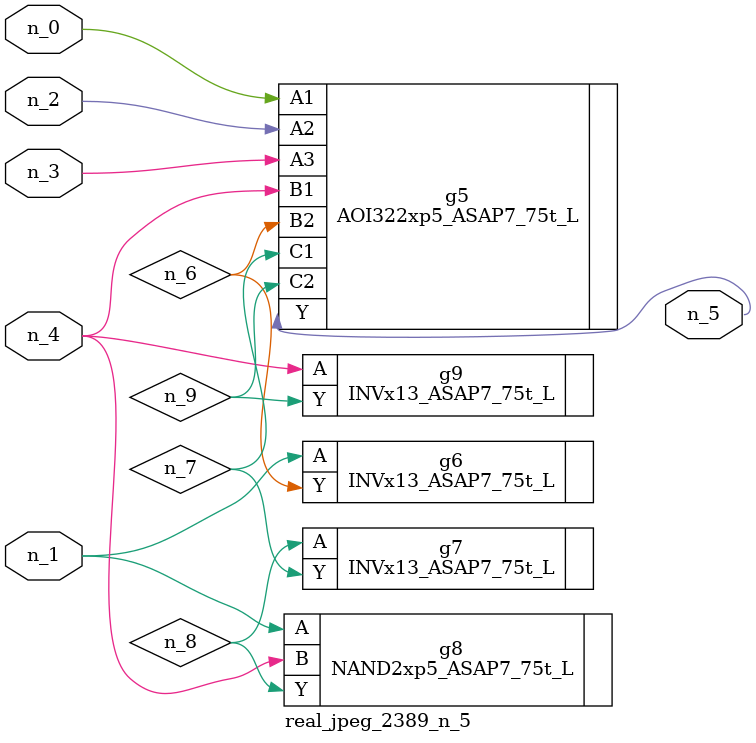
<source format=v>
module real_jpeg_2389_n_5 (n_4, n_0, n_1, n_2, n_3, n_5);

input n_4;
input n_0;
input n_1;
input n_2;
input n_3;

output n_5;

wire n_8;
wire n_6;
wire n_7;
wire n_9;

AOI322xp5_ASAP7_75t_L g5 ( 
.A1(n_0),
.A2(n_2),
.A3(n_3),
.B1(n_4),
.B2(n_6),
.C1(n_7),
.C2(n_9),
.Y(n_5)
);

INVx13_ASAP7_75t_L g6 ( 
.A(n_1),
.Y(n_6)
);

NAND2xp5_ASAP7_75t_L g8 ( 
.A(n_1),
.B(n_4),
.Y(n_8)
);

INVx13_ASAP7_75t_L g9 ( 
.A(n_4),
.Y(n_9)
);

INVx13_ASAP7_75t_L g7 ( 
.A(n_8),
.Y(n_7)
);


endmodule
</source>
